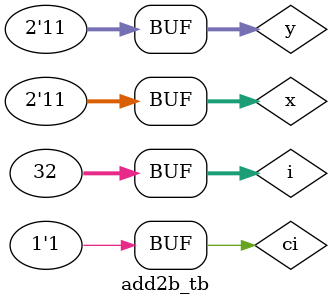
<source format=v>
`include "fac.v"

module add2b(
  input [1:0] x, y,
  input ci,
  output [1:0] z,
  output co
);

wire coInt;

fac fac1(
  .x(x[0]),
  .y(y[0]),
  .ci(ci),
  .z(z[0]),
  .co(coInt)
);

fac fac2(
  .x(x[1]),
  .y(y[1]),
  .ci(coInt),
  .z(z[1]),
  .co(co)
);
endmodule

module add2b_tb;
  reg [1:0] x, y;
  reg ci;
  wire [1:0] z;
  wire co;
  
  add2b cut(
    .x(x),
    .y(y),
    .ci(ci),
    .z(z),
    .co(co)
  );
  
  integer i;
  initial begin
    for(i = 0; i < 32; i = i + 1) begin
      {x, y, ci} = i;
      #50;
    end
  end
endmodule
</source>
